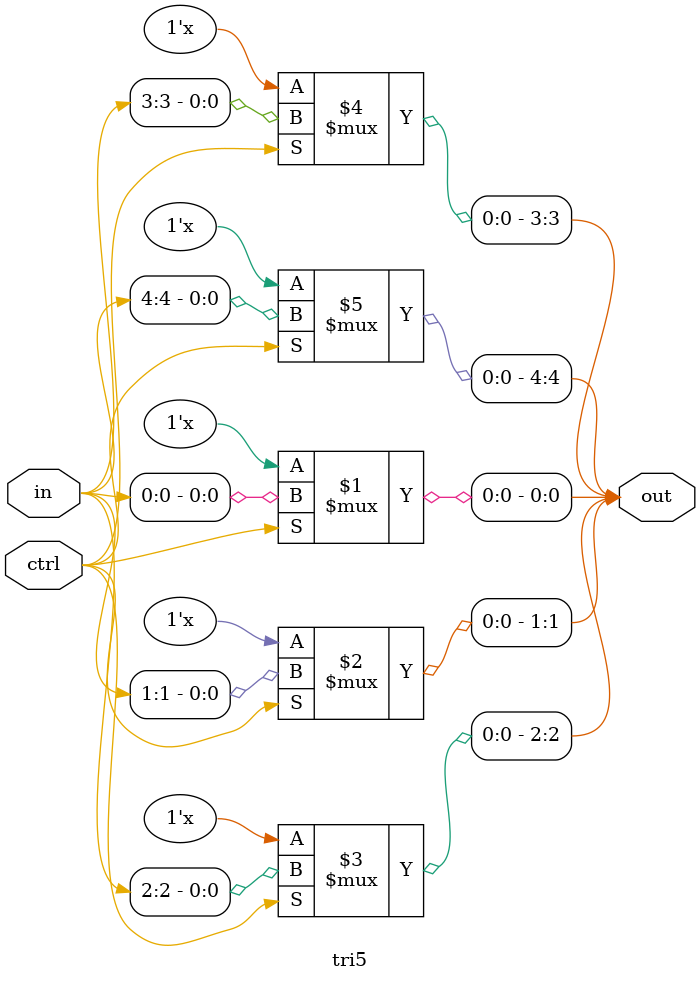
<source format=v>
module tri5(in, ctrl, out);

	input [4:0] in;
	input ctrl;
	output [4:0] out;
	
	assign out[0] = ctrl ? in[0] : 1'bz;
	assign out[1] = ctrl ? in[1] : 1'bz;
	assign out[2] = ctrl ? in[2] : 1'bz;
	assign out[3] = ctrl ? in[3] : 1'bz;
	assign out[4] = ctrl ? in[4] : 1'bz;
	
endmodule

</source>
